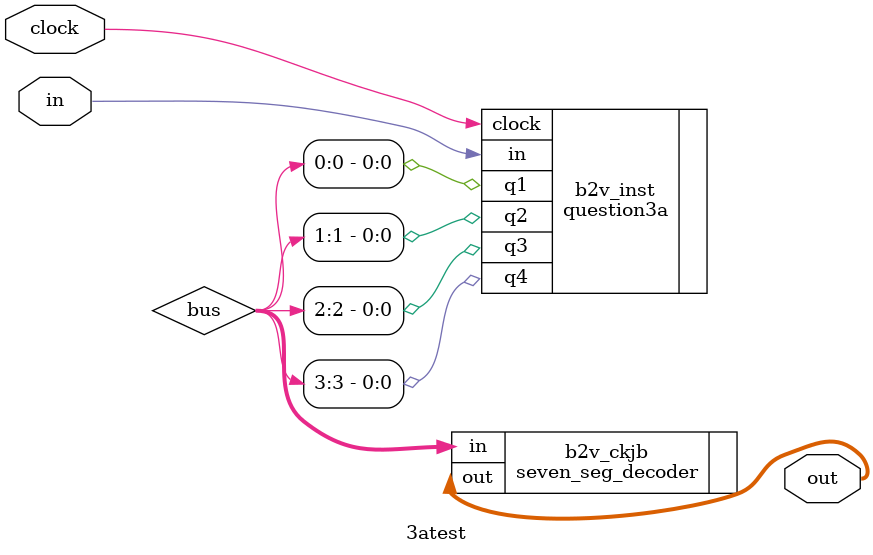
<source format=v>


module \3atest (
	in,
	clock,
	out
);


input wire	in;
input wire	clock;
output wire	[6:0] out;

wire	[3:0] bus;





seven_seg_decoder	b2v_ckjb(
	.in(bus),
	.out(out));


question3a	b2v_inst(
	.in(in),
	.clock(clock),
	.q3(bus[2]),
	.q1(bus[0]),
	.q4(bus[3]),
	.q2(bus[1]));


endmodule

</source>
